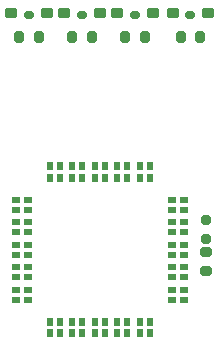
<source format=gbr>
%TF.GenerationSoftware,KiCad,Pcbnew,8.0.8*%
%TF.CreationDate,2025-05-29T10:28:59-04:00*%
%TF.ProjectId,GF24,47463234-2e6b-4696-9361-645f70636258,rev?*%
%TF.SameCoordinates,Original*%
%TF.FileFunction,Paste,Bot*%
%TF.FilePolarity,Positive*%
%FSLAX46Y46*%
G04 Gerber Fmt 4.6, Leading zero omitted, Abs format (unit mm)*
G04 Created by KiCad (PCBNEW 8.0.8) date 2025-05-29 10:28:59*
%MOMM*%
%LPD*%
G01*
G04 APERTURE LIST*
G04 Aperture macros list*
%AMRoundRect*
0 Rectangle with rounded corners*
0 $1 Rounding radius*
0 $2 $3 $4 $5 $6 $7 $8 $9 X,Y pos of 4 corners*
0 Add a 4 corners polygon primitive as box body*
4,1,4,$2,$3,$4,$5,$6,$7,$8,$9,$2,$3,0*
0 Add four circle primitives for the rounded corners*
1,1,$1+$1,$2,$3*
1,1,$1+$1,$4,$5*
1,1,$1+$1,$6,$7*
1,1,$1+$1,$8,$9*
0 Add four rect primitives between the rounded corners*
20,1,$1+$1,$2,$3,$4,$5,0*
20,1,$1+$1,$4,$5,$6,$7,0*
20,1,$1+$1,$6,$7,$8,$9,0*
20,1,$1+$1,$8,$9,$2,$3,0*%
G04 Aperture macros list end*
%ADD10RoundRect,0.225000X0.275000X0.225000X-0.275000X0.225000X-0.275000X-0.225000X0.275000X-0.225000X0*%
%ADD11RoundRect,0.150000X0.250000X0.150000X-0.250000X0.150000X-0.250000X-0.150000X0.250000X-0.150000X0*%
%ADD12RoundRect,0.200000X0.200000X0.275000X-0.200000X0.275000X-0.200000X-0.275000X0.200000X-0.275000X0*%
%ADD13RoundRect,0.200000X-0.200000X0.200000X-0.200000X-0.200000X0.200000X-0.200000X0.200000X0.200000X0*%
%ADD14R,0.720000X0.580000*%
%ADD15R,0.580000X0.720000*%
%ADD16RoundRect,0.200000X-0.275000X0.200000X-0.275000X-0.200000X0.275000X-0.200000X0.275000X0.200000X0*%
G04 APERTURE END LIST*
D10*
%TO.C,D8*%
X72000000Y-52000000D03*
X69000000Y-52000000D03*
D11*
X70500000Y-52150000D03*
%TD*%
D12*
%TO.C,R6*%
X80500000Y-54000000D03*
X78850000Y-54000000D03*
%TD*%
%TO.C,R16*%
X71325000Y-54000000D03*
X69675000Y-54000000D03*
%TD*%
D13*
%TO.C,D2*%
X81000000Y-71099998D03*
X81000000Y-69500000D03*
%TD*%
D14*
%TO.C,U3*%
X79100000Y-76225000D03*
X79100000Y-75375000D03*
X79100000Y-74325000D03*
X79100000Y-73475000D03*
X79100000Y-72425000D03*
X79100000Y-71575000D03*
X79100000Y-70525000D03*
X79100000Y-69675000D03*
X79100000Y-68625000D03*
X79100000Y-67775000D03*
X78100000Y-76225000D03*
X78100000Y-75375000D03*
X78100000Y-74325000D03*
X78100000Y-73475000D03*
X78100000Y-72425000D03*
X78100000Y-71575000D03*
X78100000Y-70525000D03*
X78100000Y-69675000D03*
X78100000Y-68625000D03*
X78100000Y-67775000D03*
D15*
X76225000Y-79100000D03*
X76225000Y-78100000D03*
X76225000Y-65900000D03*
X76225000Y-64900000D03*
X75375000Y-79100000D03*
X75375000Y-78100000D03*
X75375000Y-65900000D03*
X75375000Y-64900000D03*
X74325000Y-79100000D03*
X74325000Y-78100000D03*
X74325000Y-65900000D03*
X74325000Y-64900000D03*
X73475000Y-79100000D03*
X73475000Y-78100000D03*
X73475000Y-65900000D03*
X73475000Y-64900000D03*
X72425000Y-79100000D03*
X72425000Y-78100000D03*
X72425000Y-65900000D03*
X72425000Y-64900000D03*
X71575000Y-79100000D03*
X71575000Y-78100000D03*
X71575000Y-65900000D03*
X71575000Y-64900000D03*
X70525000Y-79100000D03*
X70525000Y-78100000D03*
X70525000Y-65900000D03*
X70525000Y-64900000D03*
X69675000Y-79100000D03*
X69675000Y-78100000D03*
X69675000Y-65900000D03*
X69675000Y-64900000D03*
X68625000Y-79100000D03*
X68625000Y-78100000D03*
X68625000Y-65900000D03*
X68625000Y-64900000D03*
X67775000Y-79100000D03*
X67775000Y-78100000D03*
X67775000Y-65900000D03*
X67775000Y-64900000D03*
D14*
X65900000Y-76225000D03*
X65900000Y-75375000D03*
X65900000Y-74325000D03*
X65900000Y-73475000D03*
X65900000Y-72425000D03*
X65900000Y-71575000D03*
X65900000Y-70525000D03*
X65900000Y-69675000D03*
X65900000Y-68625000D03*
X65900000Y-67775000D03*
X64900000Y-76225000D03*
X64900000Y-75375000D03*
X64900000Y-74325000D03*
X64900000Y-73475000D03*
X64900000Y-72425000D03*
X64900000Y-71575000D03*
X64900000Y-70525000D03*
X64900000Y-69675000D03*
X64900000Y-68625000D03*
X64900000Y-67775000D03*
%TD*%
D12*
%TO.C,R15*%
X66825000Y-54000000D03*
X65175000Y-54000000D03*
%TD*%
D16*
%TO.C,R3*%
X81000000Y-72175000D03*
X81000000Y-73825000D03*
%TD*%
D10*
%TO.C,D7*%
X67500000Y-52000000D03*
X64500000Y-52000000D03*
D11*
X66000000Y-52150000D03*
%TD*%
D10*
%TO.C,D6*%
X76500000Y-52000000D03*
X73500000Y-52000000D03*
D11*
X75000000Y-52150000D03*
%TD*%
D12*
%TO.C,R14*%
X75825000Y-54000000D03*
X74175000Y-54000000D03*
%TD*%
D10*
%TO.C,D5*%
X81175000Y-52000000D03*
X78175000Y-52000000D03*
D11*
X79675000Y-52150000D03*
%TD*%
M02*

</source>
